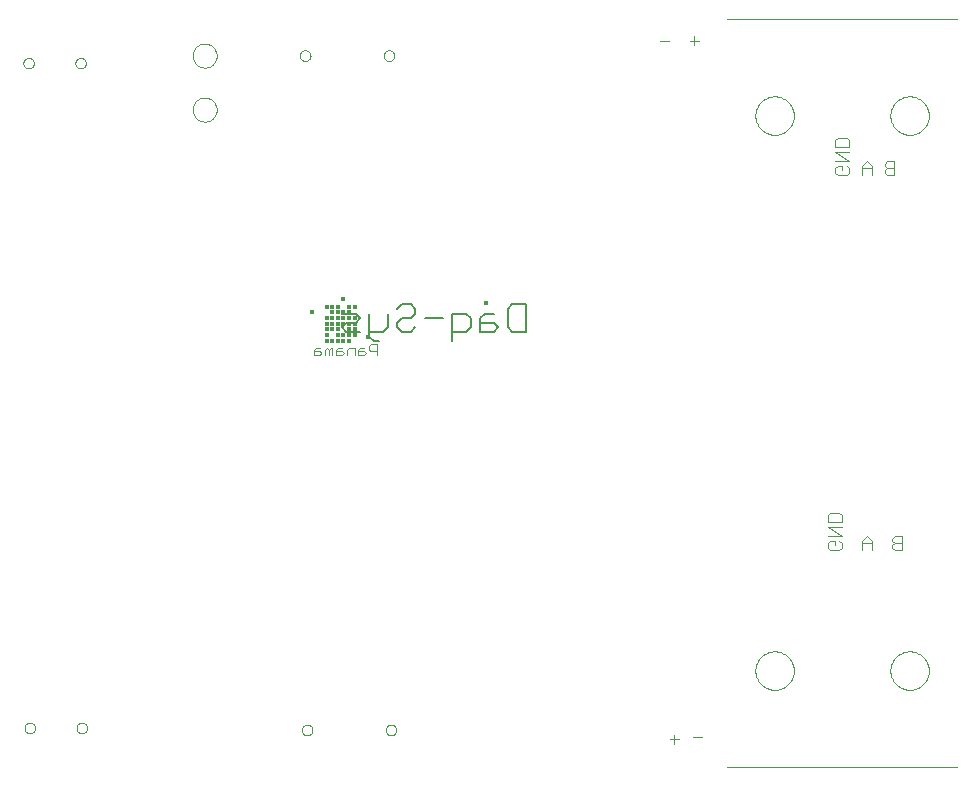
<source format=gbo>
G75*
G70*
%OFA0B0*%
%FSLAX24Y24*%
%IPPOS*%
%LPD*%
%AMOC8*
5,1,8,0,0,1.08239X$1,22.5*
%
%ADD10C,0.0040*%
%ADD11C,0.0000*%
%ADD12C,0.0004*%
%ADD13C,0.0080*%
%ADD14C,0.0030*%
%ADD15R,0.0125X0.0125*%
D10*
X032432Y019459D02*
X032739Y019459D01*
X032585Y019612D02*
X032585Y019305D01*
X033201Y019526D02*
X033508Y019526D01*
X037777Y025770D02*
X037700Y025847D01*
X037700Y026000D01*
X037777Y026077D01*
X037930Y026077D01*
X037930Y025923D01*
X037777Y025770D02*
X038084Y025770D01*
X038160Y025847D01*
X038160Y026000D01*
X038084Y026077D01*
X038160Y026230D02*
X037700Y026537D01*
X038160Y026537D01*
X038160Y026691D02*
X038160Y026921D01*
X038084Y026998D01*
X037777Y026998D01*
X037700Y026921D01*
X037700Y026691D01*
X038160Y026691D01*
X038160Y026230D02*
X037700Y026230D01*
X038853Y026077D02*
X038853Y025770D01*
X038853Y026000D02*
X039160Y026000D01*
X039160Y026077D02*
X039007Y026230D01*
X038853Y026077D01*
X039160Y026077D02*
X039160Y025770D01*
X039853Y025847D02*
X039930Y025770D01*
X040160Y025770D01*
X040160Y026230D01*
X039930Y026230D01*
X039853Y026154D01*
X039853Y026077D01*
X039930Y026000D01*
X040160Y026000D01*
X039930Y026000D02*
X039853Y025923D01*
X039853Y025847D01*
X039910Y038270D02*
X039680Y038270D01*
X039603Y038347D01*
X039603Y038423D01*
X039680Y038500D01*
X039910Y038500D01*
X039910Y038270D02*
X039910Y038730D01*
X039680Y038730D01*
X039603Y038654D01*
X039603Y038577D01*
X039680Y038500D01*
X039160Y038500D02*
X038853Y038500D01*
X038853Y038577D02*
X038853Y038270D01*
X038853Y038577D02*
X039007Y038730D01*
X039160Y038577D01*
X039160Y038270D01*
X038410Y038347D02*
X038410Y038500D01*
X038334Y038577D01*
X038180Y038577D02*
X038180Y038423D01*
X038180Y038577D02*
X038027Y038577D01*
X037950Y038500D01*
X037950Y038347D01*
X038027Y038270D01*
X038334Y038270D01*
X038410Y038347D01*
X038410Y038730D02*
X037950Y038730D01*
X037950Y039037D02*
X038410Y039037D01*
X038410Y039191D02*
X038410Y039421D01*
X038334Y039498D01*
X038027Y039498D01*
X037950Y039421D01*
X037950Y039191D01*
X038410Y039191D01*
X038410Y038730D02*
X037950Y039037D01*
X033410Y042750D02*
X033103Y042750D01*
X033257Y042904D02*
X033257Y042597D01*
X032410Y042750D02*
X032103Y042750D01*
D11*
X010926Y019839D02*
X010928Y019865D01*
X010934Y019891D01*
X010944Y019916D01*
X010957Y019939D01*
X010973Y019959D01*
X010993Y019977D01*
X011015Y019992D01*
X011038Y020004D01*
X011064Y020012D01*
X011090Y020016D01*
X011116Y020016D01*
X011142Y020012D01*
X011168Y020004D01*
X011192Y019992D01*
X011213Y019977D01*
X011233Y019959D01*
X011249Y019939D01*
X011262Y019916D01*
X011272Y019891D01*
X011278Y019865D01*
X011280Y019839D01*
X011278Y019813D01*
X011272Y019787D01*
X011262Y019762D01*
X011249Y019739D01*
X011233Y019719D01*
X011213Y019701D01*
X011191Y019686D01*
X011168Y019674D01*
X011142Y019666D01*
X011116Y019662D01*
X011090Y019662D01*
X011064Y019666D01*
X011038Y019674D01*
X011014Y019686D01*
X010993Y019701D01*
X010973Y019719D01*
X010957Y019739D01*
X010944Y019762D01*
X010934Y019787D01*
X010928Y019813D01*
X010926Y019839D01*
X012659Y019839D02*
X012661Y019865D01*
X012667Y019891D01*
X012677Y019916D01*
X012690Y019939D01*
X012706Y019959D01*
X012726Y019977D01*
X012748Y019992D01*
X012771Y020004D01*
X012797Y020012D01*
X012823Y020016D01*
X012849Y020016D01*
X012875Y020012D01*
X012901Y020004D01*
X012925Y019992D01*
X012946Y019977D01*
X012966Y019959D01*
X012982Y019939D01*
X012995Y019916D01*
X013005Y019891D01*
X013011Y019865D01*
X013013Y019839D01*
X013011Y019813D01*
X013005Y019787D01*
X012995Y019762D01*
X012982Y019739D01*
X012966Y019719D01*
X012946Y019701D01*
X012924Y019686D01*
X012901Y019674D01*
X012875Y019666D01*
X012849Y019662D01*
X012823Y019662D01*
X012797Y019666D01*
X012771Y019674D01*
X012747Y019686D01*
X012726Y019701D01*
X012706Y019719D01*
X012690Y019739D01*
X012677Y019762D01*
X012667Y019787D01*
X012661Y019813D01*
X012659Y019839D01*
X020170Y019770D02*
X020172Y019796D01*
X020178Y019822D01*
X020188Y019847D01*
X020201Y019870D01*
X020217Y019890D01*
X020237Y019908D01*
X020259Y019923D01*
X020282Y019935D01*
X020308Y019943D01*
X020334Y019947D01*
X020360Y019947D01*
X020386Y019943D01*
X020412Y019935D01*
X020436Y019923D01*
X020457Y019908D01*
X020477Y019890D01*
X020493Y019870D01*
X020506Y019847D01*
X020516Y019822D01*
X020522Y019796D01*
X020524Y019770D01*
X020522Y019744D01*
X020516Y019718D01*
X020506Y019693D01*
X020493Y019670D01*
X020477Y019650D01*
X020457Y019632D01*
X020435Y019617D01*
X020412Y019605D01*
X020386Y019597D01*
X020360Y019593D01*
X020334Y019593D01*
X020308Y019597D01*
X020282Y019605D01*
X020258Y019617D01*
X020237Y019632D01*
X020217Y019650D01*
X020201Y019670D01*
X020188Y019693D01*
X020178Y019718D01*
X020172Y019744D01*
X020170Y019770D01*
X022966Y019770D02*
X022968Y019796D01*
X022974Y019822D01*
X022984Y019847D01*
X022997Y019870D01*
X023013Y019890D01*
X023033Y019908D01*
X023055Y019923D01*
X023078Y019935D01*
X023104Y019943D01*
X023130Y019947D01*
X023156Y019947D01*
X023182Y019943D01*
X023208Y019935D01*
X023232Y019923D01*
X023253Y019908D01*
X023273Y019890D01*
X023289Y019870D01*
X023302Y019847D01*
X023312Y019822D01*
X023318Y019796D01*
X023320Y019770D01*
X023318Y019744D01*
X023312Y019718D01*
X023302Y019693D01*
X023289Y019670D01*
X023273Y019650D01*
X023253Y019632D01*
X023231Y019617D01*
X023208Y019605D01*
X023182Y019597D01*
X023156Y019593D01*
X023130Y019593D01*
X023104Y019597D01*
X023078Y019605D01*
X023054Y019617D01*
X023033Y019632D01*
X023013Y019650D01*
X022997Y019670D01*
X022984Y019693D01*
X022974Y019718D01*
X022968Y019744D01*
X022966Y019770D01*
X035290Y021750D02*
X035292Y021800D01*
X035298Y021850D01*
X035308Y021899D01*
X035321Y021948D01*
X035339Y021995D01*
X035360Y022041D01*
X035384Y022084D01*
X035412Y022126D01*
X035443Y022166D01*
X035477Y022203D01*
X035514Y022237D01*
X035554Y022268D01*
X035596Y022296D01*
X035639Y022320D01*
X035685Y022341D01*
X035732Y022359D01*
X035781Y022372D01*
X035830Y022382D01*
X035880Y022388D01*
X035930Y022390D01*
X035980Y022388D01*
X036030Y022382D01*
X036079Y022372D01*
X036128Y022359D01*
X036175Y022341D01*
X036221Y022320D01*
X036264Y022296D01*
X036306Y022268D01*
X036346Y022237D01*
X036383Y022203D01*
X036417Y022166D01*
X036448Y022126D01*
X036476Y022084D01*
X036500Y022041D01*
X036521Y021995D01*
X036539Y021948D01*
X036552Y021899D01*
X036562Y021850D01*
X036568Y021800D01*
X036570Y021750D01*
X036568Y021700D01*
X036562Y021650D01*
X036552Y021601D01*
X036539Y021552D01*
X036521Y021505D01*
X036500Y021459D01*
X036476Y021416D01*
X036448Y021374D01*
X036417Y021334D01*
X036383Y021297D01*
X036346Y021263D01*
X036306Y021232D01*
X036264Y021204D01*
X036221Y021180D01*
X036175Y021159D01*
X036128Y021141D01*
X036079Y021128D01*
X036030Y021118D01*
X035980Y021112D01*
X035930Y021110D01*
X035880Y021112D01*
X035830Y021118D01*
X035781Y021128D01*
X035732Y021141D01*
X035685Y021159D01*
X035639Y021180D01*
X035596Y021204D01*
X035554Y021232D01*
X035514Y021263D01*
X035477Y021297D01*
X035443Y021334D01*
X035412Y021374D01*
X035384Y021416D01*
X035360Y021459D01*
X035339Y021505D01*
X035321Y021552D01*
X035308Y021601D01*
X035298Y021650D01*
X035292Y021700D01*
X035290Y021750D01*
X039790Y021750D02*
X039792Y021800D01*
X039798Y021850D01*
X039808Y021899D01*
X039821Y021948D01*
X039839Y021995D01*
X039860Y022041D01*
X039884Y022084D01*
X039912Y022126D01*
X039943Y022166D01*
X039977Y022203D01*
X040014Y022237D01*
X040054Y022268D01*
X040096Y022296D01*
X040139Y022320D01*
X040185Y022341D01*
X040232Y022359D01*
X040281Y022372D01*
X040330Y022382D01*
X040380Y022388D01*
X040430Y022390D01*
X040480Y022388D01*
X040530Y022382D01*
X040579Y022372D01*
X040628Y022359D01*
X040675Y022341D01*
X040721Y022320D01*
X040764Y022296D01*
X040806Y022268D01*
X040846Y022237D01*
X040883Y022203D01*
X040917Y022166D01*
X040948Y022126D01*
X040976Y022084D01*
X041000Y022041D01*
X041021Y021995D01*
X041039Y021948D01*
X041052Y021899D01*
X041062Y021850D01*
X041068Y021800D01*
X041070Y021750D01*
X041068Y021700D01*
X041062Y021650D01*
X041052Y021601D01*
X041039Y021552D01*
X041021Y021505D01*
X041000Y021459D01*
X040976Y021416D01*
X040948Y021374D01*
X040917Y021334D01*
X040883Y021297D01*
X040846Y021263D01*
X040806Y021232D01*
X040764Y021204D01*
X040721Y021180D01*
X040675Y021159D01*
X040628Y021141D01*
X040579Y021128D01*
X040530Y021118D01*
X040480Y021112D01*
X040430Y021110D01*
X040380Y021112D01*
X040330Y021118D01*
X040281Y021128D01*
X040232Y021141D01*
X040185Y021159D01*
X040139Y021180D01*
X040096Y021204D01*
X040054Y021232D01*
X040014Y021263D01*
X039977Y021297D01*
X039943Y021334D01*
X039912Y021374D01*
X039884Y021416D01*
X039860Y021459D01*
X039839Y021505D01*
X039821Y021552D01*
X039808Y021601D01*
X039798Y021650D01*
X039792Y021700D01*
X039790Y021750D01*
X039790Y040250D02*
X039792Y040300D01*
X039798Y040350D01*
X039808Y040399D01*
X039821Y040448D01*
X039839Y040495D01*
X039860Y040541D01*
X039884Y040584D01*
X039912Y040626D01*
X039943Y040666D01*
X039977Y040703D01*
X040014Y040737D01*
X040054Y040768D01*
X040096Y040796D01*
X040139Y040820D01*
X040185Y040841D01*
X040232Y040859D01*
X040281Y040872D01*
X040330Y040882D01*
X040380Y040888D01*
X040430Y040890D01*
X040480Y040888D01*
X040530Y040882D01*
X040579Y040872D01*
X040628Y040859D01*
X040675Y040841D01*
X040721Y040820D01*
X040764Y040796D01*
X040806Y040768D01*
X040846Y040737D01*
X040883Y040703D01*
X040917Y040666D01*
X040948Y040626D01*
X040976Y040584D01*
X041000Y040541D01*
X041021Y040495D01*
X041039Y040448D01*
X041052Y040399D01*
X041062Y040350D01*
X041068Y040300D01*
X041070Y040250D01*
X041068Y040200D01*
X041062Y040150D01*
X041052Y040101D01*
X041039Y040052D01*
X041021Y040005D01*
X041000Y039959D01*
X040976Y039916D01*
X040948Y039874D01*
X040917Y039834D01*
X040883Y039797D01*
X040846Y039763D01*
X040806Y039732D01*
X040764Y039704D01*
X040721Y039680D01*
X040675Y039659D01*
X040628Y039641D01*
X040579Y039628D01*
X040530Y039618D01*
X040480Y039612D01*
X040430Y039610D01*
X040380Y039612D01*
X040330Y039618D01*
X040281Y039628D01*
X040232Y039641D01*
X040185Y039659D01*
X040139Y039680D01*
X040096Y039704D01*
X040054Y039732D01*
X040014Y039763D01*
X039977Y039797D01*
X039943Y039834D01*
X039912Y039874D01*
X039884Y039916D01*
X039860Y039959D01*
X039839Y040005D01*
X039821Y040052D01*
X039808Y040101D01*
X039798Y040150D01*
X039792Y040200D01*
X039790Y040250D01*
X035290Y040250D02*
X035292Y040300D01*
X035298Y040350D01*
X035308Y040399D01*
X035321Y040448D01*
X035339Y040495D01*
X035360Y040541D01*
X035384Y040584D01*
X035412Y040626D01*
X035443Y040666D01*
X035477Y040703D01*
X035514Y040737D01*
X035554Y040768D01*
X035596Y040796D01*
X035639Y040820D01*
X035685Y040841D01*
X035732Y040859D01*
X035781Y040872D01*
X035830Y040882D01*
X035880Y040888D01*
X035930Y040890D01*
X035980Y040888D01*
X036030Y040882D01*
X036079Y040872D01*
X036128Y040859D01*
X036175Y040841D01*
X036221Y040820D01*
X036264Y040796D01*
X036306Y040768D01*
X036346Y040737D01*
X036383Y040703D01*
X036417Y040666D01*
X036448Y040626D01*
X036476Y040584D01*
X036500Y040541D01*
X036521Y040495D01*
X036539Y040448D01*
X036552Y040399D01*
X036562Y040350D01*
X036568Y040300D01*
X036570Y040250D01*
X036568Y040200D01*
X036562Y040150D01*
X036552Y040101D01*
X036539Y040052D01*
X036521Y040005D01*
X036500Y039959D01*
X036476Y039916D01*
X036448Y039874D01*
X036417Y039834D01*
X036383Y039797D01*
X036346Y039763D01*
X036306Y039732D01*
X036264Y039704D01*
X036221Y039680D01*
X036175Y039659D01*
X036128Y039641D01*
X036079Y039628D01*
X036030Y039618D01*
X035980Y039612D01*
X035930Y039610D01*
X035880Y039612D01*
X035830Y039618D01*
X035781Y039628D01*
X035732Y039641D01*
X035685Y039659D01*
X035639Y039680D01*
X035596Y039704D01*
X035554Y039732D01*
X035514Y039763D01*
X035477Y039797D01*
X035443Y039834D01*
X035412Y039874D01*
X035384Y039916D01*
X035360Y039959D01*
X035339Y040005D01*
X035321Y040052D01*
X035308Y040101D01*
X035298Y040150D01*
X035292Y040200D01*
X035290Y040250D01*
X022901Y042250D02*
X022903Y042276D01*
X022909Y042302D01*
X022919Y042327D01*
X022932Y042350D01*
X022948Y042370D01*
X022968Y042388D01*
X022990Y042403D01*
X023013Y042415D01*
X023039Y042423D01*
X023065Y042427D01*
X023091Y042427D01*
X023117Y042423D01*
X023143Y042415D01*
X023167Y042403D01*
X023188Y042388D01*
X023208Y042370D01*
X023224Y042350D01*
X023237Y042327D01*
X023247Y042302D01*
X023253Y042276D01*
X023255Y042250D01*
X023253Y042224D01*
X023247Y042198D01*
X023237Y042173D01*
X023224Y042150D01*
X023208Y042130D01*
X023188Y042112D01*
X023166Y042097D01*
X023143Y042085D01*
X023117Y042077D01*
X023091Y042073D01*
X023065Y042073D01*
X023039Y042077D01*
X023013Y042085D01*
X022989Y042097D01*
X022968Y042112D01*
X022948Y042130D01*
X022932Y042150D01*
X022919Y042173D01*
X022909Y042198D01*
X022903Y042224D01*
X022901Y042250D01*
X020105Y042250D02*
X020107Y042276D01*
X020113Y042302D01*
X020123Y042327D01*
X020136Y042350D01*
X020152Y042370D01*
X020172Y042388D01*
X020194Y042403D01*
X020217Y042415D01*
X020243Y042423D01*
X020269Y042427D01*
X020295Y042427D01*
X020321Y042423D01*
X020347Y042415D01*
X020371Y042403D01*
X020392Y042388D01*
X020412Y042370D01*
X020428Y042350D01*
X020441Y042327D01*
X020451Y042302D01*
X020457Y042276D01*
X020459Y042250D01*
X020457Y042224D01*
X020451Y042198D01*
X020441Y042173D01*
X020428Y042150D01*
X020412Y042130D01*
X020392Y042112D01*
X020370Y042097D01*
X020347Y042085D01*
X020321Y042077D01*
X020295Y042073D01*
X020269Y042073D01*
X020243Y042077D01*
X020217Y042085D01*
X020193Y042097D01*
X020172Y042112D01*
X020152Y042130D01*
X020136Y042150D01*
X020123Y042173D01*
X020113Y042198D01*
X020107Y042224D01*
X020105Y042250D01*
X016530Y042250D02*
X016532Y042290D01*
X016538Y042329D01*
X016548Y042368D01*
X016561Y042405D01*
X016579Y042441D01*
X016600Y042475D01*
X016624Y042507D01*
X016651Y042536D01*
X016681Y042563D01*
X016713Y042586D01*
X016748Y042606D01*
X016784Y042622D01*
X016822Y042635D01*
X016861Y042644D01*
X016900Y042649D01*
X016940Y042650D01*
X016980Y042647D01*
X017019Y042640D01*
X017057Y042629D01*
X017095Y042615D01*
X017130Y042596D01*
X017163Y042575D01*
X017195Y042550D01*
X017223Y042522D01*
X017249Y042492D01*
X017271Y042459D01*
X017290Y042424D01*
X017306Y042387D01*
X017318Y042349D01*
X017326Y042310D01*
X017330Y042270D01*
X017330Y042230D01*
X017326Y042190D01*
X017318Y042151D01*
X017306Y042113D01*
X017290Y042076D01*
X017271Y042041D01*
X017249Y042008D01*
X017223Y041978D01*
X017195Y041950D01*
X017163Y041925D01*
X017130Y041904D01*
X017095Y041885D01*
X017057Y041871D01*
X017019Y041860D01*
X016980Y041853D01*
X016940Y041850D01*
X016900Y041851D01*
X016861Y041856D01*
X016822Y041865D01*
X016784Y041878D01*
X016748Y041894D01*
X016713Y041914D01*
X016681Y041937D01*
X016651Y041964D01*
X016624Y041993D01*
X016600Y042025D01*
X016579Y042059D01*
X016561Y042095D01*
X016548Y042132D01*
X016538Y042171D01*
X016532Y042210D01*
X016530Y042250D01*
X016530Y040450D02*
X016532Y040490D01*
X016538Y040529D01*
X016548Y040568D01*
X016561Y040605D01*
X016579Y040641D01*
X016600Y040675D01*
X016624Y040707D01*
X016651Y040736D01*
X016681Y040763D01*
X016713Y040786D01*
X016748Y040806D01*
X016784Y040822D01*
X016822Y040835D01*
X016861Y040844D01*
X016900Y040849D01*
X016940Y040850D01*
X016980Y040847D01*
X017019Y040840D01*
X017057Y040829D01*
X017095Y040815D01*
X017130Y040796D01*
X017163Y040775D01*
X017195Y040750D01*
X017223Y040722D01*
X017249Y040692D01*
X017271Y040659D01*
X017290Y040624D01*
X017306Y040587D01*
X017318Y040549D01*
X017326Y040510D01*
X017330Y040470D01*
X017330Y040430D01*
X017326Y040390D01*
X017318Y040351D01*
X017306Y040313D01*
X017290Y040276D01*
X017271Y040241D01*
X017249Y040208D01*
X017223Y040178D01*
X017195Y040150D01*
X017163Y040125D01*
X017130Y040104D01*
X017095Y040085D01*
X017057Y040071D01*
X017019Y040060D01*
X016980Y040053D01*
X016940Y040050D01*
X016900Y040051D01*
X016861Y040056D01*
X016822Y040065D01*
X016784Y040078D01*
X016748Y040094D01*
X016713Y040114D01*
X016681Y040137D01*
X016651Y040164D01*
X016624Y040193D01*
X016600Y040225D01*
X016579Y040259D01*
X016561Y040295D01*
X016548Y040332D01*
X016538Y040371D01*
X016532Y040410D01*
X016530Y040450D01*
X012619Y042000D02*
X012621Y042026D01*
X012627Y042052D01*
X012637Y042077D01*
X012650Y042100D01*
X012666Y042120D01*
X012686Y042138D01*
X012708Y042153D01*
X012731Y042165D01*
X012757Y042173D01*
X012783Y042177D01*
X012809Y042177D01*
X012835Y042173D01*
X012861Y042165D01*
X012885Y042153D01*
X012906Y042138D01*
X012926Y042120D01*
X012942Y042100D01*
X012955Y042077D01*
X012965Y042052D01*
X012971Y042026D01*
X012973Y042000D01*
X012971Y041974D01*
X012965Y041948D01*
X012955Y041923D01*
X012942Y041900D01*
X012926Y041880D01*
X012906Y041862D01*
X012884Y041847D01*
X012861Y041835D01*
X012835Y041827D01*
X012809Y041823D01*
X012783Y041823D01*
X012757Y041827D01*
X012731Y041835D01*
X012707Y041847D01*
X012686Y041862D01*
X012666Y041880D01*
X012650Y041900D01*
X012637Y041923D01*
X012627Y041948D01*
X012621Y041974D01*
X012619Y042000D01*
X010887Y042000D02*
X010889Y042026D01*
X010895Y042052D01*
X010905Y042077D01*
X010918Y042100D01*
X010934Y042120D01*
X010954Y042138D01*
X010976Y042153D01*
X010999Y042165D01*
X011025Y042173D01*
X011051Y042177D01*
X011077Y042177D01*
X011103Y042173D01*
X011129Y042165D01*
X011153Y042153D01*
X011174Y042138D01*
X011194Y042120D01*
X011210Y042100D01*
X011223Y042077D01*
X011233Y042052D01*
X011239Y042026D01*
X011241Y042000D01*
X011239Y041974D01*
X011233Y041948D01*
X011223Y041923D01*
X011210Y041900D01*
X011194Y041880D01*
X011174Y041862D01*
X011152Y041847D01*
X011129Y041835D01*
X011103Y041827D01*
X011077Y041823D01*
X011051Y041823D01*
X011025Y041827D01*
X010999Y041835D01*
X010975Y041847D01*
X010954Y041862D01*
X010934Y041880D01*
X010918Y041900D01*
X010905Y041923D01*
X010895Y041948D01*
X010889Y041974D01*
X010887Y042000D01*
D12*
X034355Y043470D02*
X042005Y043470D01*
X042005Y018530D02*
X034355Y018530D01*
D13*
X025185Y032733D02*
X025185Y033654D01*
X025645Y033654D01*
X025798Y033500D01*
X025798Y033193D01*
X025645Y033040D01*
X025185Y033040D01*
X024878Y033500D02*
X024264Y033500D01*
X023957Y033654D02*
X023803Y033500D01*
X023496Y033500D01*
X023343Y033347D01*
X023343Y033193D01*
X023496Y033040D01*
X023803Y033040D01*
X023957Y033193D01*
X023957Y033654D02*
X023957Y033807D01*
X023803Y033961D01*
X023496Y033961D01*
X023343Y033807D01*
X023036Y033654D02*
X023036Y033193D01*
X022883Y033040D01*
X022422Y033040D01*
X022422Y032887D02*
X022576Y032733D01*
X022729Y032733D01*
X022422Y032887D02*
X022422Y033654D01*
X022115Y033500D02*
X021962Y033654D01*
X021501Y033654D01*
X021655Y033347D02*
X021962Y033347D01*
X022115Y033500D01*
X022115Y033040D02*
X021655Y033040D01*
X021501Y033193D01*
X021655Y033347D01*
X026105Y033347D02*
X026566Y033347D01*
X026719Y033193D01*
X026566Y033040D01*
X026105Y033040D01*
X026105Y033500D01*
X026259Y033654D01*
X026566Y033654D01*
X027026Y033807D02*
X027026Y033193D01*
X027180Y033040D01*
X027640Y033040D01*
X027640Y033961D01*
X027180Y033961D01*
X027026Y033807D01*
D14*
X022665Y032635D02*
X022665Y032265D01*
X022665Y032388D02*
X022480Y032388D01*
X022418Y032450D01*
X022418Y032574D01*
X022480Y032635D01*
X022665Y032635D01*
X022235Y032512D02*
X022112Y032512D01*
X022050Y032450D01*
X022050Y032265D01*
X022235Y032265D01*
X022297Y032327D01*
X022235Y032388D01*
X022050Y032388D01*
X021928Y032265D02*
X021928Y032512D01*
X021743Y032512D01*
X021681Y032450D01*
X021681Y032265D01*
X021560Y032327D02*
X021498Y032388D01*
X021313Y032388D01*
X021313Y032450D02*
X021313Y032265D01*
X021498Y032265D01*
X021560Y032327D01*
X021498Y032512D02*
X021375Y032512D01*
X021313Y032450D01*
X021192Y032512D02*
X021130Y032512D01*
X021068Y032450D01*
X021007Y032512D01*
X020945Y032450D01*
X020945Y032265D01*
X021068Y032265D02*
X021068Y032450D01*
X021192Y032512D02*
X021192Y032265D01*
X020823Y032327D02*
X020762Y032388D01*
X020577Y032388D01*
X020577Y032450D02*
X020577Y032265D01*
X020762Y032265D01*
X020823Y032327D01*
X020762Y032512D02*
X020638Y032512D01*
X020577Y032450D01*
D15*
X020993Y032750D03*
X021180Y032750D03*
X021368Y032750D03*
X021555Y032750D03*
X021555Y032938D03*
X021368Y032938D03*
X021368Y033125D03*
X021368Y033313D03*
X021555Y033313D03*
X021555Y033500D03*
X021368Y033500D03*
X021368Y033688D03*
X021555Y033688D03*
X021743Y033688D03*
X021743Y033875D03*
X021930Y033875D03*
X021930Y033500D03*
X021743Y033500D03*
X021743Y033313D03*
X021930Y033313D03*
X021930Y033125D03*
X021743Y033125D03*
X021743Y032938D03*
X021930Y032938D03*
X021743Y032750D03*
X022368Y032875D03*
X021180Y033125D03*
X021180Y033313D03*
X021180Y033500D03*
X021180Y033688D03*
X021180Y033875D03*
X021368Y033875D03*
X021555Y034125D03*
X020993Y033875D03*
X020993Y033500D03*
X020993Y033313D03*
X020993Y033125D03*
X020993Y032938D03*
X020493Y033688D03*
X026305Y034000D03*
M02*

</source>
